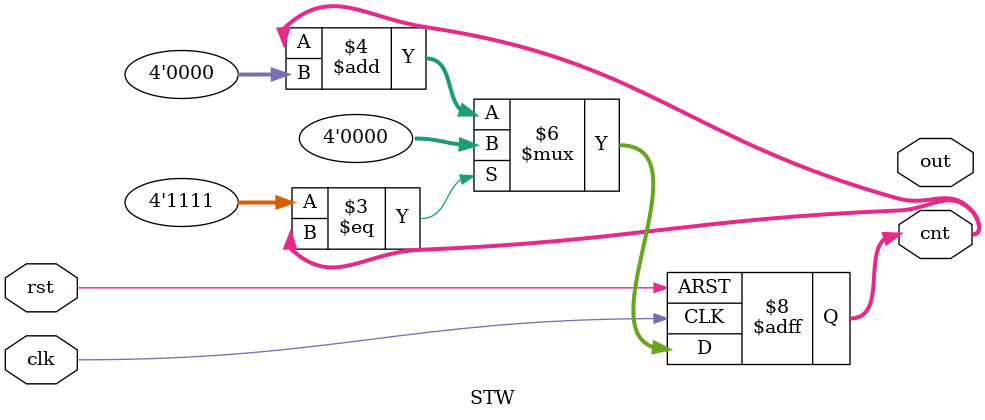
<source format=v>
module STW
#(parameter CNT_MAX = 4'd15)
(
	input wire clk,
	input wire rst,
	
	output reg [3:0] cnt, 
	output reg out
);


always@(posedge clk or negedge rst)
begin 
	if(1'b0 == rst)
		cnt <= 4'd0;
	else if(CNT_MAX == cnt)
		cnt <= 4'd0;
	else
		cnt <= cnt + 4'd0;
end 


endmodule 
</source>
